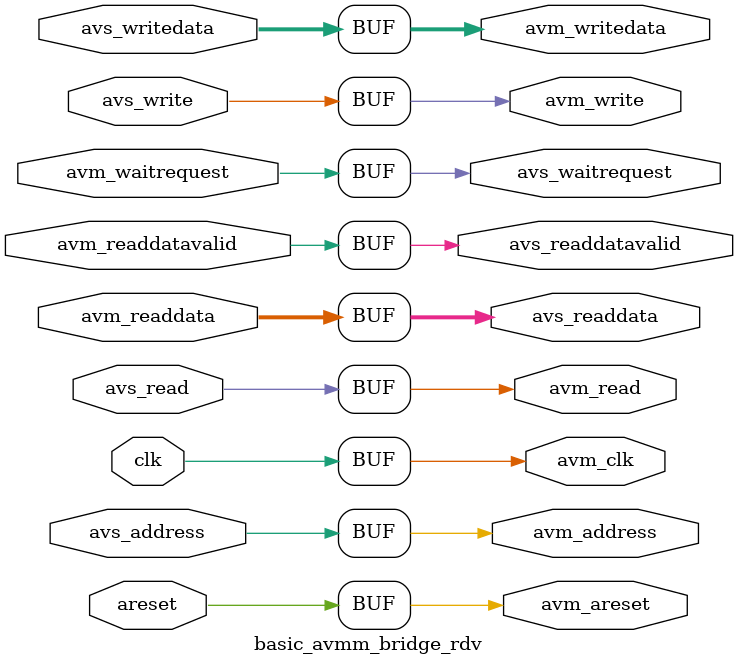
<source format=sv>


`timescale 1 ps / 1 ps
`default_nettype none


module basic_avmm_bridge_rdv #(
    ADDRESS_WIDTH = 1
) (
    input wire clk,
    input wire areset,
    
    input wire [ADDRESS_WIDTH-1:0] avs_address,
    output wire avs_waitrequest,
    input wire avs_read,
    input wire avs_write,
    output wire [31:0] avs_readdata,
    input wire [31:0] avs_writedata,
    output wire avs_readdatavalid,
    
    output wire avm_clk,
    output wire avm_areset,
    output wire [ADDRESS_WIDTH-1:0] avm_address,
    input wire avm_waitrequest,
    output wire avm_read,
    output wire avm_write,
    input wire [31:0] avm_readdata,
    output wire [31:0] avm_writedata,
    input wire avm_readdatavalid

);


    assign avm_clk = clk;
    assign avm_areset = areset;
    assign avm_address = avs_address;
    assign avs_waitrequest = avm_waitrequest;
    assign avm_read = avs_read;
    assign avm_write = avs_write;
    assign avs_readdata = avm_readdata;
    assign avm_writedata = avs_writedata;
    assign avs_readdatavalid = avm_readdatavalid;


endmodule

</source>
